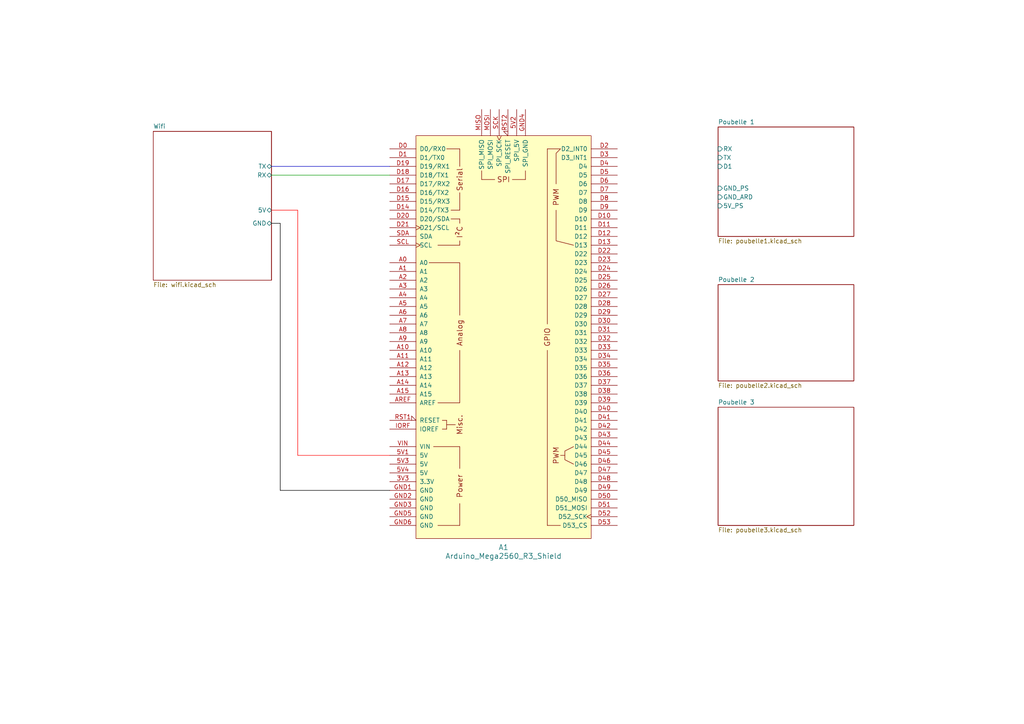
<source format=kicad_sch>
(kicad_sch (version 20231120) (generator "eeschema") (generator_version "8.0")
  (paper "A4")
  (title_block (title "OrdureX") (date "2024-05-07") (rev "0.0.1"))
  (lib_symbols
    (symbol "PCM_arduino-library:Arduino_Mega2560_R3_Shield" (pin_names (offset 1.016))
      (property "Reference" "A" (at 0 -62.23 0))
      (property "Value" "Arduino_Mega2560_R3_Shield" (at 0 -66.04 0))
      (symbol "Arduino_Mega2560_R3_Shield_0_0"
        (rectangle (start -25.4 -58.42) (end 25.4 58.42) (fill (type background)))
        (rectangle (start -20.32 -31.75) (end -12.7 -31.75))
        (rectangle (start -19.05 -54.61) (end -12.7 -54.61))
        (rectangle (start -19.05 -19.05) (end -12.7 -19.05))
        (rectangle (start -19.05 26.67) (end -12.7 26.67))
        (rectangle (start -17.78 -26.67) (end -16.51 -26.67))
        (rectangle (start -17.78 -24.13) (end -16.51 -24.13))
        (rectangle (start -16.51 -25.4) (end -13.97 -25.4))
        (rectangle (start -16.51 -24.13) (end -16.51 -26.67))
        (rectangle (start -16.51 54.61) (end -12.7 54.61))
        (rectangle (start -15.24 34.29) (end -12.7 34.29))
        (rectangle (start -15.24 36.83) (end -12.7 36.83))
        (rectangle (start -12.7 -54.61) (end -12.7 -48.26))
        (rectangle (start -12.7 -31.75) (end -12.7 -38.1))
        (rectangle (start -12.7 26.67) (end -12.7 27.94))
        (rectangle (start -12.7 34.29) (end -12.7 33.02))
        (rectangle (start -12.7 41.91) (end -12.7 36.83))
        (rectangle (start -12.7 49.53) (end -12.7 54.61))
        (rectangle (start -6.35 48.26) (end -6.35 45.72))
        (rectangle (start -2.54 45.72) (end -6.35 45.72))
        (polyline (pts (xy -21.59 21.59) (xy -12.7 21.59)))
        (polyline (pts (xy -12.7 -19.05) (xy -12.7 -3.81)))
        (polyline (pts (xy -12.7 6.35) (xy -12.7 21.59)))
        (polyline (pts (xy 12.7 -54.61) (xy 16.51 -54.61)))
        (polyline (pts (xy 12.7 54.61) (xy 16.51 54.61)))
        (polyline (pts (xy 17.78 -34.29) (xy 16.51 -34.29)))
        (polyline (pts (xy 15.24 36.83) (xy 15.24 27.94) (xy 20.32 26.67)))
        (polyline (pts (xy 15.24 44.45) (xy 15.24 53.34) (xy 16.51 54.61)))
        (polyline (pts (xy 20.32 -31.75) (xy 17.78 -33.02) (xy 17.78 -35.56) (xy 20.32 -36.83)))
        (rectangle (start 6.35 45.72) (end 2.54 45.72))
        (rectangle (start 6.35 48.26) (end 6.35 45.72))
        (text "Analog" (at -12.7 1.27 900) (effects (font (size 1.524 1.524))))
        (text "I²C" (at -12.7 30.48 900) (effects (font (size 1.524 1.524))))
        (text "Misc." (at -12.7 -25.4 900) (effects (font (size 1.524 1.524))))
        (text "Power" (at -12.7 -43.18 900) (effects (font (size 1.524 1.524))))
        (text "PWM" (at 15.24 -34.29 900) (effects (font (size 1.524 1.524))))
        (text "PWM" (at 15.24 40.64 900) (effects (font (size 1.524 1.524))))
        (text "Serial" (at -12.7 45.72 900) (effects (font (size 1.524 1.524))))
        (text "SPI" (at 0 45.72 0) (effects (font (size 1.524 1.524))))
      )
      (symbol "Arduino_Mega2560_R3_Shield_1_0"
        (rectangle (start 12.7 -54.61) (end 12.7 -3.81))
        (rectangle (start 12.7 54.61) (end 12.7 3.81))
        (text "GPIO" (at 12.7 0 900) (effects (font (size 1.524 1.524))))
      )
      (symbol "Arduino_Mega2560_R3_Shield_1_1"
        (pin power_out line (at -33.02 -41.91 0) (length 7.62) (name "3.3V") (number "3V3"))
        (pin power_in line (at -33.02 -34.29 0) (length 7.62) (name "5V") (number "5V1"))
        (pin power_in line (at 3.81 66.04 270) (length 7.62) (name "SPI_5V") (number "5V2"))
        (pin power_in line (at -33.02 -36.83 0) (length 7.62) (name "5V") (number "5V3"))
        (pin power_in line (at -33.02 -39.37 0) (length 7.62) (name "5V") (number "5V4"))
        (pin bidirectional line (at -33.02 21.59 0) (length 7.62) (name "A0") (number "A0"))
        (pin bidirectional line (at -33.02 19.05 0) (length 7.62) (name "A1") (number "A1"))
        (pin bidirectional line (at -33.02 -3.81 0) (length 7.62) (name "A10") (number "A10"))
        (pin bidirectional line (at -33.02 -6.35 0) (length 7.62) (name "A11") (number "A11"))
        (pin bidirectional line (at -33.02 -8.89 0) (length 7.62) (name "A12") (number "A12"))
        (pin bidirectional line (at -33.02 -11.43 0) (length 7.62) (name "A13") (number "A13"))
        (pin bidirectional line (at -33.02 -13.97 0) (length 7.62) (name "A14") (number "A14"))
        (pin bidirectional line (at -33.02 -16.51 0) (length 7.62) (name "A15") (number "A15"))
        (pin bidirectional line (at -33.02 16.51 0) (length 7.62) (name "A2") (number "A2"))
        (pin bidirectional line (at -33.02 13.97 0) (length 7.62) (name "A3") (number "A3"))
        (pin bidirectional line (at -33.02 11.43 0) (length 7.62) (name "A4") (number "A4"))
        (pin bidirectional line (at -33.02 8.89 0) (length 7.62) (name "A5") (number "A5"))
        (pin bidirectional line (at -33.02 6.35 0) (length 7.62) (name "A6") (number "A6"))
        (pin bidirectional line (at -33.02 3.81 0) (length 7.62) (name "A7") (number "A7"))
        (pin bidirectional line (at -33.02 1.27 0) (length 7.62) (name "A8") (number "A8"))
        (pin bidirectional line (at -33.02 -1.27 0) (length 7.62) (name "A9") (number "A9"))
        (pin input line (at -33.02 -19.05 0) (length 7.62) (name "AREF") (number "AREF"))
        (pin bidirectional line (at -33.02 54.61 0) (length 7.62) (name "D0/RX0") (number "D0"))
        (pin bidirectional line (at -33.02 52.07 0) (length 7.62) (name "D1/TX0") (number "D1"))
        (pin bidirectional line (at 33.02 34.29 180) (length 7.62) (name "D10") (number "D10"))
        (pin bidirectional line (at 33.02 31.75 180) (length 7.62) (name "D11") (number "D11"))
        (pin bidirectional line (at 33.02 29.21 180) (length 7.62) (name "D12") (number "D12"))
        (pin bidirectional line (at 33.02 26.67 180) (length 7.62) (name "D13") (number "D13"))
        (pin bidirectional line (at -33.02 36.83 0) (length 7.62) (name "D14/TX3") (number "D14"))
        (pin bidirectional line (at -33.02 39.37 0) (length 7.62) (name "D15/RX3") (number "D15"))
        (pin bidirectional line (at -33.02 41.91 0) (length 7.62) (name "D16/TX2") (number "D16"))
        (pin bidirectional line (at -33.02 44.45 0) (length 7.62) (name "D17/RX2") (number "D17"))
        (pin bidirectional line (at -33.02 46.99 0) (length 7.62) (name "D18/TX1") (number "D18"))
        (pin bidirectional line (at -33.02 49.53 0) (length 7.62) (name "D19/RX1") (number "D19"))
        (pin bidirectional line (at 33.02 54.61 180) (length 7.62) (name "D2_INT0") (number "D2"))
        (pin bidirectional line (at -33.02 34.29 0) (length 7.62) (name "D20/SDA") (number "D20"))
        (pin bidirectional clock (at -33.02 31.75 0) (length 7.62) (name "D21/SCL") (number "D21"))
        (pin bidirectional line (at 33.02 24.13 180) (length 7.62) (name "D22") (number "D22"))
        (pin bidirectional line (at 33.02 21.59 180) (length 7.62) (name "D23") (number "D23"))
        (pin bidirectional line (at 33.02 19.05 180) (length 7.62) (name "D24") (number "D24"))
        (pin bidirectional line (at 33.02 16.51 180) (length 7.62) (name "D25") (number "D25"))
        (pin bidirectional line (at 33.02 13.97 180) (length 7.62) (name "D26") (number "D26"))
        (pin bidirectional line (at 33.02 11.43 180) (length 7.62) (name "D27") (number "D27"))
        (pin bidirectional line (at 33.02 8.89 180) (length 7.62) (name "D28") (number "D28"))
        (pin bidirectional line (at 33.02 6.35 180) (length 7.62) (name "D29") (number "D29"))
        (pin bidirectional line (at 33.02 52.07 180) (length 7.62) (name "D3_INT1") (number "D3"))
        (pin bidirectional line (at 33.02 3.81 180) (length 7.62) (name "D30") (number "D30"))
        (pin bidirectional line (at 33.02 1.27 180) (length 7.62) (name "D31") (number "D31"))
        (pin bidirectional line (at 33.02 -1.27 180) (length 7.62) (name "D32") (number "D32"))
        (pin bidirectional line (at 33.02 -3.81 180) (length 7.62) (name "D33") (number "D33"))
        (pin bidirectional line (at 33.02 -6.35 180) (length 7.62) (name "D34") (number "D34"))
        (pin bidirectional line (at 33.02 -8.89 180) (length 7.62) (name "D35") (number "D35"))
        (pin bidirectional line (at 33.02 -11.43 180) (length 7.62) (name "D36") (number "D36"))
        (pin bidirectional line (at 33.02 -13.97 180) (length 7.62) (name "D37") (number "D37"))
        (pin bidirectional line (at 33.02 -16.51 180) (length 7.62) (name "D38") (number "D38"))
        (pin bidirectional line (at 33.02 -19.05 180) (length 7.62) (name "D39") (number "D39"))
        (pin bidirectional line (at 33.02 49.53 180) (length 7.62) (name "D4") (number "D4"))
        (pin bidirectional line (at 33.02 -21.59 180) (length 7.62) (name "D40") (number "D40"))
        (pin bidirectional line (at 33.02 -24.13 180) (length 7.62) (name "D41") (number "D41"))
        (pin bidirectional line (at 33.02 -26.67 180) (length 7.62) (name "D42") (number "D42"))
        (pin bidirectional line (at 33.02 -29.21 180) (length 7.62) (name "D43") (number "D43"))
        (pin bidirectional line (at 33.02 -31.75 180) (length 7.62) (name "D44") (number "D44"))
        (pin bidirectional line (at 33.02 -34.29 180) (length 7.62) (name "D45") (number "D45"))
        (pin bidirectional line (at 33.02 -36.83 180) (length 7.62) (name "D46") (number "D46"))
        (pin bidirectional line (at 33.02 -39.37 180) (length 7.62) (name "D47") (number "D47"))
        (pin bidirectional line (at 33.02 -41.91 180) (length 7.62) (name "D48") (number "D48"))
        (pin bidirectional line (at 33.02 -44.45 180) (length 7.62) (name "D49") (number "D49"))
        (pin bidirectional line (at 33.02 46.99 180) (length 7.62) (name "D5") (number "D5"))
        (pin bidirectional line (at 33.02 -46.99 180) (length 7.62) (name "D50_MISO") (number "D50"))
        (pin bidirectional line (at 33.02 -49.53 180) (length 7.62) (name "D51_MOSI") (number "D51"))
        (pin bidirectional clock (at 33.02 -52.07 180) (length 7.62) (name "D52_SCK") (number "D52"))
        (pin bidirectional line (at 33.02 -54.61 180) (length 7.62) (name "D53_CS") (number "D53"))
        (pin bidirectional line (at 33.02 44.45 180) (length 7.62) (name "D6") (number "D6"))
        (pin bidirectional line (at 33.02 41.91 180) (length 7.62) (name "D7") (number "D7"))
        (pin bidirectional line (at 33.02 39.37 180) (length 7.62) (name "D8") (number "D8"))
        (pin bidirectional line (at 33.02 36.83 180) (length 7.62) (name "D9") (number "D9"))
        (pin power_in line (at -33.02 -44.45 0) (length 7.62) (name "GND") (number "GND1"))
        (pin power_in line (at -33.02 -46.99 0) (length 7.62) (name "GND") (number "GND2"))
        (pin power_in line (at -33.02 -49.53 0) (length 7.62) (name "GND") (number "GND3"))
        (pin power_in line (at 6.35 66.04 270) (length 7.62) (name "SPI_GND") (number "GND4"))
        (pin power_in line (at -33.02 -52.07 0) (length 7.62) (name "GND") (number "GND5"))
        (pin power_in line (at -33.02 -54.61 0) (length 7.62) (name "GND") (number "GND6"))
        (pin output line (at -33.02 -26.67 0) (length 7.62) (name "IOREF") (number "IORF"))
        (pin input line (at -6.35 66.04 270) (length 7.62) (name "SPI_MISO") (number "MISO"))
        (pin output line (at -3.81 66.04 270) (length 7.62) (name "SPI_MOSI") (number "MOSI"))
        (pin open_collector input_low (at -33.02 -24.13 0) (length 7.62) (name "RESET") (number "RST1"))
        (pin open_collector input_low (at 1.27 66.04 270) (length 7.62) (name "SPI_RESET") (number "RST2"))
        (pin output clock (at -1.27 66.04 270) (length 7.62) (name "SPI_SCK") (number "SCK"))
        (pin bidirectional clock (at -33.02 26.67 0) (length 7.62) (name "SCL") (number "SCL"))
        (pin bidirectional line (at -33.02 29.21 0) (length 7.62) (name "SDA") (number "SDA"))
        (pin power_in line (at -33.02 -31.75 0) (length 7.62) (name "VIN") (number "VIN"))
      )
    )
  )
  (wire (pts (xy 86.36 60.96) (xy 86.36 132.08)) (stroke (width 0) (color 255 0 0 1)))
  (wire (pts (xy 81.28 142.24) (xy 113.03 142.24)) (stroke (width 0) (color 0 0 0 1)))
  (wire (pts (xy 78.74 48.26) (xy 113.03 48.26)) (stroke (width 0) (color 0 0 194 1)))
  (wire (pts (xy 113.03 132.08) (xy 86.36 132.08)) (stroke (width 0) (color 255 0 0 1)))
  (wire (pts (xy 78.74 64.77) (xy 81.28 64.77)) (stroke (width 0) (color 0 0 0 1)))
  (wire (pts (xy 78.74 60.96) (xy 86.36 60.96)) (stroke (width 0) (color 255 0 0 1)))
  (wire (pts (xy 81.28 64.77) (xy 81.28 142.24)) (stroke (width 0) (color 0 0 0 1)))
  (wire (pts (xy 78.74 50.8) (xy 113.03 50.8)))
  (symbol (lib_id "PCM_arduino-library:Arduino_Mega2560_R3_Shield") (at 146.05 97.79 0) (unit 1)
    (property "Reference" "A1" (at 146.05 158.75 0) (effects (font (size 1.524 1.524))))
    (property "Value" "Arduino_Mega2560_R3_Shield" (at 146.05 161.29 0) (effects (font (size 1.524 1.524))))
    (property "Footprint" "PCM_arduino-library:Arduino_Mega2560_R3_Shield" (effects (hide yes)))
    (property "Datasheet" "https://docs.arduino.cc/hardware/mega-2560" (effects (hide yes)))
    (property "Description" "Shield for Arduino Mega 2560 R3" (effects (hide yes)))
  )
  (sheet (at 44.45 38.1) (size 34.29 43.18) (stroke (width 0.1524))
    (property "Sheetname" "Wifi" (at 44.45 37.3884 0) (effects (justify left bottom)))
    (property "Sheetfile" "wifi.kicad_sch" (at 44.45 81.8646 0) (effects (justify left top)))
    (pin "RX" bidirectional (at 78.74 50.8 0))
    (pin "TX" bidirectional (at 78.74 48.26 0))
    (pin "GND" bidirectional (at 78.74 64.77 0))
    (pin "5V" bidirectional (at 78.74 60.96 0))
  )
  (sheet (at 208.28 36.83) (size 39.37 31.75) (stroke (width 0.1524))
    (property "Sheetname" "Poubelle 1" (at 208.28 36.1184 0) (effects (justify left bottom)))
    (property "Sheetfile" "poubelle1.kicad_sch" (at 208.28 69.1646 0) (effects (justify left top)))
    (pin "RX" input (at 208.28 43.18 180))
    (pin "TX" input (at 208.28 45.72 180))
    (pin "D1" input (at 208.28 48.26 180))
    (pin "GND_PS" input (at 208.28 54.61 180))
    (pin "GND_ARD" input (at 208.28 57.15 180))
    (pin "5V_PS" input (at 208.28 59.69 180))
  )
  (sheet (at 208.28 82.55) (size 39.37 27.94) (stroke (width 0.1524))
    (property "Sheetname" "Poubelle 2" (at 208.28 81.8384 0) (effects (justify left bottom)))
    (property "Sheetfile" "poubelle2.kicad_sch" (at 208.28 111.0746 0) (effects (justify left top)))
  )
  (sheet (at 208.28 118.11) (size 39.37 34.29) (stroke (width 0.1524))
    (property "Sheetname" "Poubelle 3" (at 208.28 117.3984 0) (effects (justify left bottom)))
    (property "Sheetfile" "poubelle3.kicad_sch" (at 208.28 152.9846 0) (effects (justify left top)))
  )
)
</source>
